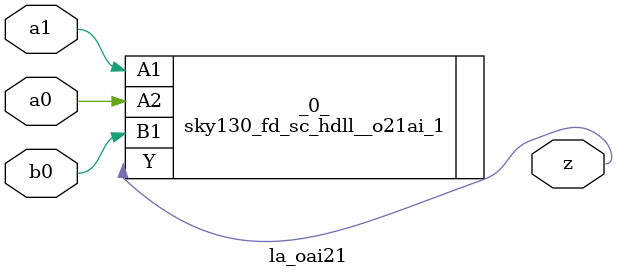
<source format=v>

/* Generated by Yosys 0.37 (git sha1 a5c7f69ed, clang 14.0.0-1ubuntu1.1 -fPIC -Os) */

module la_oai21(a0, a1, b0, z);
  input a0;
  wire a0;
  input a1;
  wire a1;
  input b0;
  wire b0;
  output z;
  wire z;
  sky130_fd_sc_hdll__o21ai_1 _0_ (
    .A1(a1),
    .A2(a0),
    .B1(b0),
    .Y(z)
  );
endmodule

</source>
